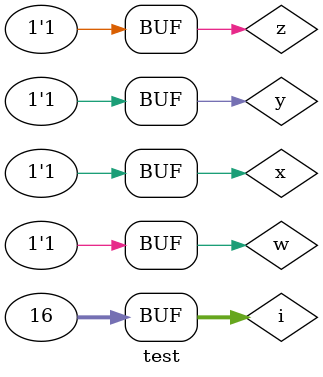
<source format=v>
module two_complement(input w,x,y,z, output a,b,c,d);
	wire t1,t2,t3,t4,t5;
	
// Behavioral description of 2's complementer - Gate Level
	or(t1,x,y);
	or(t2,t1,z);
	xor(t3,x,y);
	and(t4,t3,~z);
	and(t5,~x,z);
	xor(a,w,t2);
	or(b,t4,t5);
	xor(c,y,z);
	buf(d,z);
endmodule


// TestBench

module test;

wire a,b,c,d;
reg w,x,y,z;
integer i;
// Instantiate DUT
	two_complement tc1(w,x,y,z,a,b,c,d);
	
	initial
		begin
			$dumpfile("two_complement.vcd");
			$dumpvars(0,test);
			$monitor("%d ",$time,"%b%b%b%b %b%b%b%b",w,x,y,z,a,b,c,d);
			for(i=0;i<16;i++)
				begin
					{w,x,y,z}={i};
					#5;
					end
		end
endmodule
</source>
